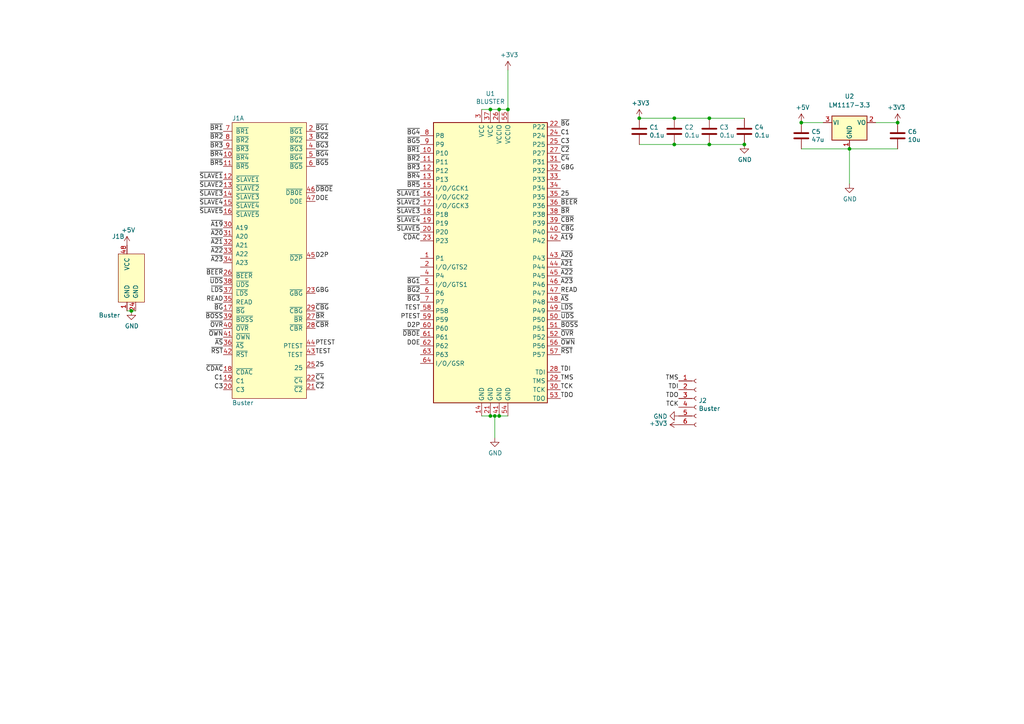
<source format=kicad_sch>
(kicad_sch (version 20211123) (generator eeschema)
  (paper "A4")
  (title_block (title "BLUSTER") (rev "A") (company "LIV2"))
  (lib_symbols
    (symbol "Buster:Buster" (pin_names (offset 1.016))
      (property "Reference" "U" (at -1.27 1.27 0))
      (property "Value" "Buster" (at 3.81 -81.28 0))
      (property "Footprint" "Package_DIP:DIP-48_W15.24mm_Socket" (at 0 -5.08 0))
      (symbol "Buster_1_1"
        (rectangle (start 21.59 -80.01) (end 0 0) (fill (type background)))
        (pin input line (at -2.54 -10.16 0) (length 2.54) (name "~{BR4}") (number "10"))
        (pin input line (at -2.54 -12.7 0) (length 2.54) (name "~{BR5}") (number "11"))
        (pin input line (at -2.54 -16.51 0) (length 2.54) (name "~{SLAVE1}") (number "12"))
        (pin input line (at -2.54 -19.05 0) (length 2.54) (name "~{SLAVE2}") (number "13"))
        (pin input line (at -2.54 -21.59 0) (length 2.54) (name "~{SLAVE3}") (number "14"))
        (pin input line (at -2.54 -24.13 0) (length 2.54) (name "~{SLAVE4}") (number "15"))
        (pin input line (at -2.54 -26.67 0) (length 2.54) (name "~{SLAVE5}") (number "16"))
        (pin input line (at -2.54 -54.61 0) (length 2.54) (name "~{BG}") (number "17"))
        (pin input line (at -2.54 -72.39 0) (length 2.54) (name "~{CDAC}") (number "18"))
        (pin input line (at -2.54 -74.93 0) (length 2.54) (name "C1") (number "19"))
        (pin output line (at 24.13 -2.54 180) (length 2.54) (name "~{BG1}") (number "2"))
        (pin input line (at -2.54 -77.47 0) (length 2.54) (name "C3") (number "20"))
        (pin output line (at 24.13 -77.47 180) (length 2.54) (name "~{C2}") (number "21"))
        (pin output line (at 24.13 -74.93 180) (length 2.54) (name "~{C4}") (number "22"))
        (pin output line (at 24.13 -49.53 180) (length 2.54) (name "~{GBG}") (number "23"))
        (pin input line (at 24.13 -71.12 180) (length 2.54) (name "25") (number "25"))
        (pin input line (at -2.54 -44.45 0) (length 2.54) (name "~{BEER}") (number "26"))
        (pin output line (at 24.13 -57.15 180) (length 2.54) (name "~{BR}") (number "27"))
        (pin output line (at 24.13 -59.69 180) (length 2.54) (name "~{CBR}") (number "28"))
        (pin output line (at 24.13 -54.61 180) (length 2.54) (name "~{CBG}") (number "29"))
        (pin output line (at 24.13 -5.08 180) (length 2.54) (name "~{BG2}") (number "3"))
        (pin input line (at -2.54 -30.48 0) (length 2.54) (name "A19") (number "30"))
        (pin input line (at -2.54 -33.02 0) (length 2.54) (name "A20") (number "31"))
        (pin input line (at -2.54 -35.56 0) (length 2.54) (name "A21") (number "32"))
        (pin input line (at -2.54 -38.1 0) (length 2.54) (name "A22") (number "33"))
        (pin input line (at -2.54 -40.64 0) (length 2.54) (name "A23") (number "34"))
        (pin input line (at -2.54 -52.07 0) (length 2.54) (name "READ") (number "35"))
        (pin input line (at -2.54 -64.77 0) (length 2.54) (name "~{AS}") (number "36"))
        (pin input line (at -2.54 -49.53 0) (length 2.54) (name "~{LDS}") (number "37"))
        (pin input line (at -2.54 -46.99 0) (length 2.54) (name "~{UDS}") (number "38"))
        (pin input line (at -2.54 -57.15 0) (length 2.54) (name "~{BOSS}") (number "39"))
        (pin output line (at 24.13 -7.62 180) (length 2.54) (name "~{BG3}") (number "4"))
        (pin input line (at -2.54 -59.69 0) (length 2.54) (name "~{OVR}") (number "40"))
        (pin input line (at -2.54 -62.23 0) (length 2.54) (name "~{OWN}") (number "41"))
        (pin input line (at -2.54 -67.31 0) (length 2.54) (name "~{RST}") (number "42"))
        (pin input line (at 24.13 -67.31 180) (length 2.54) (name "TEST") (number "43"))
        (pin input line (at 24.13 -64.77 180) (length 2.54) (name "PTEST") (number "44"))
        (pin output line (at 24.13 -39.37 180) (length 2.54) (name "~{D2P}") (number "45"))
        (pin output line (at 24.13 -20.32 180) (length 2.54) (name "~{DB0E}") (number "46"))
        (pin output line (at 24.13 -22.86 180) (length 2.54) (name "DOE") (number "47"))
        (pin output line (at 24.13 -10.16 180) (length 2.54) (name "~{BG4}") (number "5"))
        (pin output line (at 24.13 -12.7 180) (length 2.54) (name "~{BG5}") (number "6"))
        (pin input line (at -2.54 -2.54 0) (length 2.54) (name "~{BR1}") (number "7"))
        (pin input line (at -2.54 -5.08 0) (length 2.54) (name "~{BR2}") (number "8"))
        (pin input line (at -2.54 -7.62 0) (length 2.54) (name "~{BR3}") (number "9"))
      )
      (symbol "Buster_2_1"
        (rectangle (start -3.81 -2.54) (end 3.81 -16.51) (fill (type background)))
        (pin input line (at -1.27 -19.05 90) (length 2.54) (name "GND") (number "1"))
        (pin power_in line (at 1.27 -19.05 90) (length 2.54) (name "GND") (number "24"))
        (pin input line (at 24.13 -71.12 180) (length 2.54) (name "25") (number "25-UB"))
        (pin power_in line (at -1.27 0 270) (length 2.54) (name "VCC") (number "48"))
      )
    )
    (symbol "Buster_1" (pin_names (offset 1.016))
      (property "Reference" "U" (at -1.27 1.27 0))
      (property "Value" "Buster_1" (at 3.81 -81.28 0))
      (property "Footprint" "Package_DIP:DIP-48_W15.24mm_Socket" (at 0 -5.08 0))
      (symbol "Buster_1_1_1"
        (rectangle (start 21.59 -80.01) (end 0 0) (fill (type background)))
        (pin input line (at -2.54 -10.16 0) (length 2.54) (name "~{BR4}") (number "10"))
        (pin input line (at -2.54 -12.7 0) (length 2.54) (name "~{BR5}") (number "11"))
        (pin input line (at -2.54 -16.51 0) (length 2.54) (name "~{SLAVE1}") (number "12"))
        (pin input line (at -2.54 -19.05 0) (length 2.54) (name "~{SLAVE2}") (number "13"))
        (pin input line (at -2.54 -21.59 0) (length 2.54) (name "~{SLAVE3}") (number "14"))
        (pin input line (at -2.54 -24.13 0) (length 2.54) (name "~{SLAVE4}") (number "15"))
        (pin input line (at -2.54 -26.67 0) (length 2.54) (name "~{SLAVE5}") (number "16"))
        (pin input line (at -2.54 -54.61 0) (length 2.54) (name "~{BG}") (number "17"))
        (pin input line (at -2.54 -72.39 0) (length 2.54) (name "~{CDAC}") (number "18"))
        (pin input line (at -2.54 -74.93 0) (length 2.54) (name "C1") (number "19"))
        (pin output line (at 24.13 -2.54 180) (length 2.54) (name "~{BG1}") (number "2"))
        (pin input line (at -2.54 -77.47 0) (length 2.54) (name "C3") (number "20"))
        (pin output line (at 24.13 -77.47 180) (length 2.54) (name "~{C2}") (number "21"))
        (pin output line (at 24.13 -74.93 180) (length 2.54) (name "~{C4}") (number "22"))
        (pin output line (at 24.13 -49.53 180) (length 2.54) (name "~{GBG}") (number "23"))
        (pin input line (at -2.54 -44.45 0) (length 2.54) (name "~{BEER}") (number "26"))
        (pin output line (at 24.13 -57.15 180) (length 2.54) (name "~{BR}") (number "27"))
        (pin output line (at 24.13 -59.69 180) (length 2.54) (name "~{CBR}") (number "28"))
        (pin output line (at 24.13 -54.61 180) (length 2.54) (name "~{CBG}") (number "29"))
        (pin output line (at 24.13 -5.08 180) (length 2.54) (name "~{BG2}") (number "3"))
        (pin input line (at -2.54 -30.48 0) (length 2.54) (name "A19") (number "30"))
        (pin input line (at -2.54 -33.02 0) (length 2.54) (name "A20") (number "31"))
        (pin input line (at -2.54 -35.56 0) (length 2.54) (name "A21") (number "32"))
        (pin input line (at -2.54 -38.1 0) (length 2.54) (name "A22") (number "33"))
        (pin input line (at -2.54 -40.64 0) (length 2.54) (name "A23") (number "34"))
        (pin input line (at -2.54 -52.07 0) (length 2.54) (name "READ") (number "35"))
        (pin input line (at -2.54 -64.77 0) (length 2.54) (name "~{AS}") (number "36"))
        (pin input line (at -2.54 -49.53 0) (length 2.54) (name "~{LDS}") (number "37"))
        (pin input line (at -2.54 -46.99 0) (length 2.54) (name "~{UDS}") (number "38"))
        (pin input line (at -2.54 -57.15 0) (length 2.54) (name "~{BOSS}") (number "39"))
        (pin output line (at 24.13 -7.62 180) (length 2.54) (name "~{BG3}") (number "4"))
        (pin input line (at -2.54 -59.69 0) (length 2.54) (name "~{OVR}") (number "40"))
        (pin input line (at -2.54 -62.23 0) (length 2.54) (name "~{OWN}") (number "41"))
        (pin input line (at -2.54 -67.31 0) (length 2.54) (name "~{RST}") (number "42"))
        (pin input line (at 24.13 -67.31 180) (length 2.54) (name "TEST") (number "43"))
        (pin input line (at 24.13 -64.77 180) (length 2.54) (name "PTEST") (number "44"))
        (pin output line (at 24.13 -39.37 180) (length 2.54) (name "~{D2P}") (number "45"))
        (pin output line (at 24.13 -20.32 180) (length 2.54) (name "~{DB0E}") (number "46"))
        (pin output line (at 24.13 -22.86 180) (length 2.54) (name "DOE") (number "47"))
        (pin output line (at 24.13 -10.16 180) (length 2.54) (name "~{BG4}") (number "5"))
        (pin output line (at 24.13 -12.7 180) (length 2.54) (name "~{BG5}") (number "6"))
        (pin input line (at -2.54 -2.54 0) (length 2.54) (name "~{BR1}") (number "7"))
        (pin input line (at -2.54 -5.08 0) (length 2.54) (name "~{BR2}") (number "8"))
        (pin input line (at -2.54 -7.62 0) (length 2.54) (name "~{BR3}") (number "9"))
      )
      (symbol "Buster_1_2_1"
        (rectangle (start -3.81 -2.54) (end 3.81 -16.51) (fill (type background)))
        (pin input line (at -1.27 -19.05 90) (length 2.54) (name "GND") (number "1"))
        (pin power_in line (at 1.27 -19.05 90) (length 2.54) (name "GND") (number "24"))
        (pin power_in line (at -1.27 0 270) (length 2.54) (name "VCC") (number "48"))
      )
    )
    (symbol "CPLD_Xilinx:XC9572XL-VQ64"
      (property "Reference" "U" (at -16.51 40.64 0))
      (property "Value" "XC9572XL-VQ64" (at -16.51 -43.18 0))
      (symbol "XC9572XL-VQ64_1_1"
        (rectangle (start -16.51 39.37) (end 16.51 -41.91) (stroke (width 0.254)) (fill (type background)))
        (pin bidirectional line (at -20.32 0 0) (length 3.81) (name "P1") (number "1"))
        (pin bidirectional line (at -20.32 30.48 0) (length 3.81) (name "P10") (number "10"))
        (pin bidirectional line (at -20.32 27.94 0) (length 3.81) (name "P11") (number "11"))
        (pin bidirectional line (at -20.32 25.4 0) (length 3.81) (name "P12") (number "12"))
        (pin bidirectional line (at -20.32 22.86 0) (length 3.81) (name "P13") (number "13"))
        (pin power_in line (at -2.54 -45.72 90) (length 3.81) (name "GND") (number "14"))
        (pin bidirectional line (at -20.32 20.32 0) (length 3.81) (name "I/O/GCK1") (number "15"))
        (pin bidirectional line (at -20.32 17.78 0) (length 3.81) (name "I/O/GCK2") (number "16"))
        (pin bidirectional line (at -20.32 15.24 0) (length 3.81) (name "I/O/GCK3") (number "17"))
        (pin bidirectional line (at -20.32 12.7 0) (length 3.81) (name "P18") (number "18"))
        (pin bidirectional line (at -20.32 10.16 0) (length 3.81) (name "P19") (number "19"))
        (pin bidirectional line (at -20.32 -2.54 0) (length 3.81) (name "I/O/GTS2") (number "2"))
        (pin bidirectional line (at -20.32 7.62 0) (length 3.81) (name "P20") (number "20"))
        (pin power_in line (at 0 -45.72 90) (length 3.81) (name "GND") (number "21"))
        (pin bidirectional line (at 20.32 38.1 180) (length 3.81) (name "P22") (number "22"))
        (pin bidirectional line (at -20.32 5.08 0) (length 3.81) (name "P23") (number "23"))
        (pin bidirectional line (at 20.32 35.56 180) (length 3.81) (name "P24") (number "24"))
        (pin bidirectional line (at 20.32 33.02 180) (length 3.81) (name "P25") (number "25"))
        (pin power_in line (at 2.54 43.18 270) (length 3.81) (name "VCCIO") (number "26"))
        (pin bidirectional line (at 20.32 30.48 180) (length 3.81) (name "P27") (number "27"))
        (pin input line (at 20.32 -33.02 180) (length 3.81) (name "TDI") (number "28"))
        (pin input line (at 20.32 -35.56 180) (length 3.81) (name "TMS") (number "29"))
        (pin power_in line (at -2.54 43.18 270) (length 3.81) (name "VCC") (number "3"))
        (pin input line (at 20.32 -38.1 180) (length 3.81) (name "TCK") (number "30"))
        (pin bidirectional line (at 20.32 27.94 180) (length 3.81) (name "P31") (number "31"))
        (pin bidirectional line (at 20.32 25.4 180) (length 3.81) (name "P32") (number "32"))
        (pin bidirectional line (at 20.32 22.86 180) (length 3.81) (name "P33") (number "33"))
        (pin bidirectional line (at 20.32 20.32 180) (length 3.81) (name "P34") (number "34"))
        (pin bidirectional line (at 20.32 17.78 180) (length 3.81) (name "P35") (number "35"))
        (pin bidirectional line (at 20.32 15.24 180) (length 3.81) (name "P36") (number "36"))
        (pin power_in line (at 0 43.18 270) (length 3.81) (name "VCC") (number "37"))
        (pin bidirectional line (at 20.32 12.7 180) (length 3.81) (name "P38") (number "38"))
        (pin bidirectional line (at 20.32 10.16 180) (length 3.81) (name "P39") (number "39"))
        (pin bidirectional line (at -20.32 -5.08 0) (length 3.81) (name "P4") (number "4"))
        (pin bidirectional line (at 20.32 7.62 180) (length 3.81) (name "P40") (number "40"))
        (pin power_in line (at 2.54 -45.72 90) (length 3.81) (name "GND") (number "41"))
        (pin bidirectional line (at 20.32 5.08 180) (length 3.81) (name "P42") (number "42"))
        (pin bidirectional line (at 20.32 0 180) (length 3.81) (name "P43") (number "43"))
        (pin bidirectional line (at 20.32 -2.54 180) (length 3.81) (name "P44") (number "44"))
        (pin bidirectional line (at 20.32 -5.08 180) (length 3.81) (name "P45") (number "45"))
        (pin bidirectional line (at 20.32 -7.62 180) (length 3.81) (name "P46") (number "46"))
        (pin bidirectional line (at 20.32 -10.16 180) (length 3.81) (name "P47") (number "47"))
        (pin bidirectional line (at 20.32 -12.7 180) (length 3.81) (name "P48") (number "48"))
        (pin bidirectional line (at 20.32 -15.24 180) (length 3.81) (name "P49") (number "49"))
        (pin bidirectional line (at -20.32 -7.62 0) (length 3.81) (name "I/O/GTS1") (number "5"))
        (pin bidirectional line (at 20.32 -17.78 180) (length 3.81) (name "P50") (number "50"))
        (pin bidirectional line (at 20.32 -20.32 180) (length 3.81) (name "P51") (number "51"))
        (pin bidirectional line (at 20.32 -22.86 180) (length 3.81) (name "P52") (number "52"))
        (pin output line (at 20.32 -40.64 180) (length 3.81) (name "TDO") (number "53"))
        (pin power_in line (at 5.08 -45.72 90) (length 3.81) (name "GND") (number "54"))
        (pin power_in line (at 5.08 43.18 270) (length 3.81) (name "VCCIO") (number "55"))
        (pin bidirectional line (at 20.32 -25.4 180) (length 3.81) (name "P56") (number "56"))
        (pin bidirectional line (at 20.32 -27.94 180) (length 3.81) (name "P57") (number "57"))
        (pin bidirectional line (at -20.32 -15.24 0) (length 3.81) (name "P58") (number "58"))
        (pin bidirectional line (at -20.32 -17.78 0) (length 3.81) (name "P59") (number "59"))
        (pin bidirectional line (at -20.32 -10.16 0) (length 3.81) (name "P6") (number "6"))
        (pin bidirectional line (at -20.32 -20.32 0) (length 3.81) (name "P60") (number "60"))
        (pin bidirectional line (at -20.32 -22.86 0) (length 3.81) (name "P61") (number "61"))
        (pin bidirectional line (at -20.32 -25.4 0) (length 3.81) (name "P62") (number "62"))
        (pin bidirectional line (at -20.32 -27.94 0) (length 3.81) (name "P63") (number "63"))
        (pin bidirectional line (at -20.32 -30.48 0) (length 3.81) (name "I/O/GSR") (number "64"))
        (pin bidirectional line (at -20.32 -12.7 0) (length 3.81) (name "P7") (number "7"))
        (pin bidirectional line (at -20.32 35.56 0) (length 3.81) (name "P8") (number "8"))
        (pin bidirectional line (at -20.32 33.02 0) (length 3.81) (name "P9") (number "9"))
      )
    )
    (symbol "Connector:Conn_01x06_Female" (pin_names (offset 1.016) hide)
      (property "Reference" "J" (at 0 7.62 0))
      (property "Value" "Conn_01x06_Female" (at 0 -10.16 0))
      (symbol "Conn_01x06_Female_1_1"
        (arc (start 0 -7.112) (mid -0.508 -7.62) (end 0 -8.128) (stroke (width 0.1524)))
        (arc (start 0 -4.572) (mid -0.508 -5.08) (end 0 -5.588) (stroke (width 0.1524)))
        (arc (start 0 -2.032) (mid -0.508 -2.54) (end 0 -3.048) (stroke (width 0.1524)))
        (polyline (pts (xy -1.27 -7.62) (xy -0.508 -7.62)) (stroke (width 0.1524)))
        (polyline (pts (xy -1.27 -5.08) (xy -0.508 -5.08)) (stroke (width 0.1524)))
        (polyline (pts (xy -1.27 -2.54) (xy -0.508 -2.54)) (stroke (width 0.1524)))
        (polyline (pts (xy -1.27 0) (xy -0.508 0)) (stroke (width 0.1524)))
        (polyline (pts (xy -1.27 2.54) (xy -0.508 2.54)) (stroke (width 0.1524)))
        (polyline (pts (xy -1.27 5.08) (xy -0.508 5.08)) (stroke (width 0.1524)))
        (arc (start 0 0.508) (mid -0.508 0) (end 0 -0.508) (stroke (width 0.1524)))
        (arc (start 0 3.048) (mid -0.508 2.54) (end 0 2.032) (stroke (width 0.1524)))
        (arc (start 0 5.588) (mid -0.508 5.08) (end 0 4.572) (stroke (width 0.1524)))
        (pin passive line (at -5.08 5.08 0) (length 3.81) (name "Pin_1") (number "1"))
        (pin passive line (at -5.08 2.54 0) (length 3.81) (name "Pin_2") (number "2"))
        (pin passive line (at -5.08 0 0) (length 3.81) (name "Pin_3") (number "3"))
        (pin passive line (at -5.08 -2.54 0) (length 3.81) (name "Pin_4") (number "4"))
        (pin passive line (at -5.08 -5.08 0) (length 3.81) (name "Pin_5") (number "5"))
        (pin passive line (at -5.08 -7.62 0) (length 3.81) (name "Pin_6") (number "6"))
      )
    )
    (symbol "Device:C" (pin_numbers hide) (pin_names (offset 0.254))
      (property "Reference" "C" (at 0.635 2.54 0))
      (property "Value" "C" (at 0.635 -2.54 0))
      (symbol "C_0_1"
        (polyline (pts (xy -2.032 -0.762) (xy 2.032 -0.762)) (stroke (width 0.508)))
        (polyline (pts (xy -2.032 0.762) (xy 2.032 0.762)) (stroke (width 0.508)))
      )
      (symbol "C_1_1"
        (pin passive line (at 0 3.81 270) (length 2.794) (name "~") (number "1"))
        (pin passive line (at 0 -3.81 90) (length 2.794) (name "~") (number "2"))
      )
    )
    (symbol "Regulator_Linear:LM1117-3.3" (pin_names (offset 0.254))
      (property "Reference" "U" (at -3.81 3.175 0))
      (property "Value" "LM1117-3.3" (at 0 3.175 0))
      (symbol "LM1117-3.3_0_1"
        (rectangle (start -5.08 -5.08) (end 5.08 1.905) (stroke (width 0.254)) (fill (type background)))
      )
      (symbol "LM1117-3.3_1_1"
        (pin power_in line (at 0 -7.62 90) (length 2.54) (name "GND") (number "1"))
        (pin power_out line (at 7.62 0 180) (length 2.54) (name "VO") (number "2"))
        (pin power_in line (at -7.62 0 0) (length 2.54) (name "VI") (number "3"))
      )
    )
    (symbol "power:+3.3V" (power) (pin_names (offset 0))
      (property "Value" "+3.3V" (at 0 3.556 0))
      (symbol "+3.3V_0_1"
        (polyline (pts (xy -0.762 1.27) (xy 0 2.54)))
        (polyline (pts (xy 0 0) (xy 0 2.54)))
        (polyline (pts (xy 0 2.54) (xy 0.762 1.27)))
      )
      (symbol "+3.3V_1_1"
        (pin power_in line (at 0 0 90) (length 0) hide (name "+3V3") (number "1"))
      )
    )
    (symbol "power:+5V" (power) (pin_names (offset 0))
      (property "Value" "+5V" (at 0 3.556 0))
      (symbol "+5V_0_1"
        (polyline (pts (xy -0.762 1.27) (xy 0 2.54)))
        (polyline (pts (xy 0 0) (xy 0 2.54)))
        (polyline (pts (xy 0 2.54) (xy 0.762 1.27)))
      )
      (symbol "+5V_1_1"
        (pin power_in line (at 0 0 90) (length 0) hide (name "+5V") (number "1"))
      )
    )
    (symbol "power:GND" (power) (pin_names (offset 0))
      (property "Value" "GND" (at 0 -3.81 0))
      (symbol "GND_0_1"
        (polyline (pts (xy 0 0) (xy 0 -1.27) (xy 1.27 -1.27) (xy 0 -2.54) (xy -1.27 -1.27) (xy 0 -1.27)))
      )
      (symbol "GND_1_1"
        (pin power_in line (at 0 0 270) (length 0) hide (name "GND") (number "1"))
      )
    )
  )
  (junction (at 144.78 31.75))
  (junction (at 195.58 41.91))
  (junction (at 144.78 120.65))
  (junction (at 142.24 120.65))
  (junction (at 195.58 34.29))
  (junction (at 38.1 90.17))
  (junction (at 205.74 34.29))
  (junction (at 205.74 41.91))
  (junction (at 147.32 31.75))
  (junction (at 232.41 35.56))
  (junction (at 142.24 31.75))
  (junction (at 246.38 43.18))
  (junction (at 215.9 41.91))
  (junction (at 143.51 120.65))
  (junction (at 260.35 35.56))
  (junction (at 185.42 34.29))
  (wire (pts (xy 36.83 90.17) (xy 38.1 90.17)))
  (wire (pts (xy 147.32 120.65) (xy 144.78 120.65)))
  (wire (pts (xy 205.74 34.29) (xy 215.9 34.29)))
  (wire (pts (xy 246.38 53.34) (xy 246.38 43.18)))
  (wire (pts (xy 147.32 31.75) (xy 144.78 31.75)))
  (wire (pts (xy 254 35.56) (xy 260.35 35.56)))
  (wire (pts (xy 185.42 34.29) (xy 195.58 34.29)))
  (wire (pts (xy 205.74 41.91) (xy 195.58 41.91)))
  (wire (pts (xy 195.58 41.91) (xy 185.42 41.91)))
  (wire (pts (xy 142.24 31.75) (xy 139.7 31.75)))
  (wire (pts (xy 143.51 127) (xy 143.51 120.65)))
  (wire (pts (xy 142.24 120.65) (xy 139.7 120.65)))
  (wire (pts (xy 144.78 120.65) (xy 143.51 120.65)))
  (wire (pts (xy 195.58 34.29) (xy 205.74 34.29)))
  (wire (pts (xy 143.51 120.65) (xy 142.24 120.65)))
  (wire (pts (xy 246.38 43.18) (xy 232.41 43.18)))
  (wire (pts (xy 147.32 31.75) (xy 147.32 20.32)))
  (wire (pts (xy 246.38 43.18) (xy 260.35 43.18)))
  (wire (pts (xy 38.1 90.17) (xy 39.37 90.17)))
  (wire (pts (xy 232.41 35.56) (xy 238.76 35.56)))
  (wire (pts (xy 215.9 41.91) (xy 205.74 41.91)))
  (wire (pts (xy 144.78 31.75) (xy 142.24 31.75)))
  (label "~{SLAVE2}" (at 64.77 54.61 180))
  (label "TCK" (at 196.85 118.11 180))
  (label "~{OWN}" (at 162.56 100.33 0))
  (label "~{BG2}" (at 91.44 40.64 0))
  (label "~{A22}" (at 162.56 80.01 0))
  (label "~{BR3}" (at 121.92 49.53 180))
  (label "~{A23}" (at 162.56 82.55 0))
  (label "~{SLAVE1}" (at 64.77 52.07 180))
  (label "TMS" (at 162.56 110.49 0))
  (label "PTEST" (at 121.92 92.71 180))
  (label "TMS" (at 196.85 110.49 180))
  (label "~{A21}" (at 64.77 71.12 180))
  (label "~{BG1}" (at 121.92 82.55 180))
  (label "~{C4}" (at 162.56 46.99 0))
  (label "~{UDS}" (at 162.56 92.71 0))
  (label "~{BG2}" (at 121.92 85.09 180))
  (label "~{BR}" (at 91.44 92.71 0))
  (label "C3" (at 64.77 113.03 180))
  (label "25" (at 91.44 106.68 0))
  (label "~{C2}" (at 91.44 113.03 0))
  (label "25" (at 162.56 57.15 0))
  (label "~{A21}" (at 162.56 77.47 0))
  (label "~{DBOE}" (at 91.44 55.88 0))
  (label "~{BEER}" (at 64.77 80.01 180))
  (label "~{C2}" (at 162.56 44.45 0))
  (label "~{RST}" (at 162.56 102.87 0))
  (label "~{A20}" (at 162.56 74.93 0))
  (label "~{SLAVE5}" (at 121.92 67.31 180))
  (label "~{CBG}" (at 91.44 90.17 0))
  (label "~{SLAVE5}" (at 64.77 62.23 180))
  (label "~{BG}" (at 64.77 90.17 180))
  (label "~{LDS}" (at 162.56 90.17 0))
  (label "~{C4}" (at 91.44 110.49 0))
  (label "~{A22}" (at 64.77 73.66 180))
  (label "~{RST}" (at 64.77 102.87 180))
  (label "~{SLAVE4}" (at 121.92 64.77 180))
  (label "~{CDAC}" (at 64.77 107.95 180))
  (label "D2P" (at 121.92 95.25 180))
  (label "~{BG3}" (at 121.92 87.63 180))
  (label "~{A20}" (at 64.77 68.58 180))
  (label "~{SLAVE4}" (at 64.77 59.69 180))
  (label "C3" (at 162.56 41.91 0))
  (label "TEST" (at 121.92 90.17 180))
  (label "~{BR2}" (at 121.92 46.99 180))
  (label "~{A23}" (at 64.77 76.2 180))
  (label "~{BG3}" (at 91.44 43.18 0))
  (label "~{BR1}" (at 64.77 38.1 180))
  (label "~{AS}" (at 64.77 100.33 180))
  (label "~{CDAC}" (at 121.92 69.85 180))
  (label "GBG" (at 162.56 49.53 0))
  (label "D2P" (at 91.44 74.93 0))
  (label "~{BR5}" (at 121.92 54.61 180))
  (label "~{BG1}" (at 91.44 38.1 0))
  (label "~{BR1}" (at 121.92 44.45 180))
  (label "~{SLAVE3}" (at 64.77 57.15 180))
  (label "TDO" (at 196.85 115.57 180))
  (label "~{BG4}" (at 91.44 45.72 0))
  (label "~{CBR}" (at 91.44 95.25 0))
  (label "~{BR2}" (at 64.77 40.64 180))
  (label "~{LDS}" (at 64.77 85.09 180))
  (label "TEST" (at 91.44 102.87 0))
  (label "~{BR3}" (at 64.77 43.18 180))
  (label "TDI" (at 162.56 107.95 0))
  (label "GBG" (at 91.44 85.09 0))
  (label "~{SLAVE2}" (at 121.92 59.69 180))
  (label "~{BR4}" (at 64.77 45.72 180))
  (label "~{OVR}" (at 64.77 95.25 180))
  (label "~{BEER}" (at 162.56 59.69 0))
  (label "~{SLAVE1}" (at 121.92 57.15 180))
  (label "~{BG5}" (at 91.44 48.26 0))
  (label "TDI" (at 196.85 113.03 180))
  (label "~{DBOE}" (at 121.92 97.79 180))
  (label "DOE" (at 91.44 58.42 0))
  (label "~{UDS}" (at 64.77 82.55 180))
  (label "~{OWN}" (at 64.77 97.79 180))
  (label "~{BG4}" (at 121.92 39.37 180))
  (label "~{SLAVE3}" (at 121.92 62.23 180))
  (label "TDO" (at 162.56 115.57 0))
  (label "~{A19}" (at 162.56 69.85 0))
  (label "~{CBG}" (at 162.56 67.31 0))
  (label "~{BG}" (at 162.56 36.83 0))
  (label "~{OVR}" (at 162.56 97.79 0))
  (label "~{AS}" (at 162.56 87.63 0))
  (label "READ" (at 64.77 87.63 180))
  (label "TCK" (at 162.56 113.03 0))
  (label "~{BR4}" (at 121.92 52.07 180))
  (label "C1" (at 162.56 39.37 0))
  (label "~{BG5}" (at 121.92 41.91 180))
  (label "~{CBR}" (at 162.56 64.77 0))
  (label "~{BOSS}" (at 64.77 92.71 180))
  (label "~{BR}" (at 162.56 62.23 0))
  (label "DOE" (at 121.92 100.33 180))
  (label "~{A19}" (at 64.77 66.04 180))
  (label "~{BR5}" (at 64.77 48.26 180))
  (label "READ" (at 162.56 85.09 0))
  (label "PTEST" (at 91.44 100.33 0))
  (label "~{BOSS}" (at 162.56 95.25 0))
  (label "C1" (at 64.77 110.49 180))
  (symbol (lib_id "CPLD_Xilinx:XC9572XL-VQ64") (at 142.24 74.93 0) (unit 1)
    (property "Reference" "U1" (at 142.24 27.1526 0))
    (property "Value" "BLUSTER" (at 142.24 29.464 0))
    (property "Footprint" "Package_QFP:TQFP-64_10x10mm_P0.5mm" (effects hide))
  )
  (symbol (lib_name "Buster_1") (lib_id "Buster:Buster") (at 38.1 71.12 0) (unit 2)
    (property "Reference" "J1" (at 34.29 68.58 0))
    (property "Value" "Buster" (at 31.75 91.44 0))
    (property "Footprint" "Package_DIP:DIP-48_W15.24mm_Socket" (effects hide))
  )
  (symbol (lib_id "Buster:Buster") (at 67.31 35.56 0) (unit 1)
    (property "Reference" "J1" (at 67.31 34.29 0) (effects (justify left)))
    (property "Value" "Buster" (at 67.31 116.84 0) (effects (justify left)))
    (property "Footprint" "Package_DIP:DIP-48_W15.24mm_Socket" (effects hide))
  )
  (symbol (lib_id "power:GND") (at 143.51 127 0) (unit 1)
    (property "Reference" "#PWR03" (effects hide))
    (property "Value" "GND" (at 143.637 131.3942 0))
  )
  (symbol (lib_id "power:GND") (at 38.1 90.17 0) (unit 1)
    (property "Reference" "#PWR01" (effects hide))
    (property "Value" "GND" (at 38.227 94.5642 0))
  )
  (symbol (lib_id "Device:C") (at 185.42 38.1 0) (unit 1)
    (property "Reference" "C1" (at 188.341 36.9316 0) (effects (justify left)))
    (property "Value" "0.1u" (at 188.341 39.243 0) (effects (justify left)))
    (property "Footprint" "Capacitor_SMD:C_0805_2012Metric_Pad1.18x1.45mm_HandSolder" (effects hide))
  )
  (symbol (lib_id "Device:C") (at 195.58 38.1 0) (unit 1)
    (property "Reference" "C2" (at 198.501 36.9316 0) (effects (justify left)))
    (property "Value" "0.1u" (at 198.501 39.243 0) (effects (justify left)))
    (property "Footprint" "Capacitor_SMD:C_0805_2012Metric_Pad1.18x1.45mm_HandSolder" (effects hide))
  )
  (symbol (lib_id "Device:C") (at 205.74 38.1 0) (unit 1)
    (property "Reference" "C3" (at 208.661 36.9316 0) (effects (justify left)))
    (property "Value" "0.1u" (at 208.661 39.243 0) (effects (justify left)))
    (property "Footprint" "Capacitor_SMD:C_0805_2012Metric_Pad1.18x1.45mm_HandSolder" (effects hide))
  )
  (symbol (lib_id "Device:C") (at 215.9 38.1 0) (unit 1)
    (property "Reference" "C4" (at 218.821 36.9316 0) (effects (justify left)))
    (property "Value" "0.1u" (at 218.821 39.243 0) (effects (justify left)))
    (property "Footprint" "Capacitor_SMD:C_0805_2012Metric_Pad1.18x1.45mm_HandSolder" (effects hide))
  )
  (symbol (lib_id "power:GND") (at 215.9 41.91 0) (unit 1)
    (property "Reference" "#PWR08" (effects hide))
    (property "Value" "GND" (at 216.027 46.3042 0))
  )
  (symbol (lib_id "Connector:Conn_01x06_Female") (at 201.93 115.57 0) (unit 1)
    (property "Reference" "J2" (at 202.6412 116.1796 0) (effects (justify left)))
    (property "Value" "Buster" (at 202.6412 118.491 0) (effects (justify left)))
    (property "Footprint" "Connector_PinHeader_2.54mm:PinHeader_1x06_P2.54mm_Vertical" (effects hide))
  )
  (symbol (lib_id "power:GND") (at 196.85 120.65 270) (unit 1)
    (property "Reference" "#PWR06" (effects hide))
    (property "Value" "GND" (at 193.5988 120.777 90) (effects (justify right)))
  )
  (symbol (lib_id "power:+3.3V") (at 196.85 123.19 90) (unit 1)
    (property "Reference" "#PWR07" (effects hide))
    (property "Value" "+3.3V" (at 193.5988 122.809 90) (effects (justify left)))
  )
  (symbol (lib_id "power:+3.3V") (at 185.42 34.29 0) (unit 1)
    (property "Reference" "#PWR05" (effects hide))
    (property "Value" "+3.3V" (at 185.801 29.8958 0))
  )
  (symbol (lib_id "power:+3.3V") (at 147.32 20.32 0) (unit 1)
    (property "Reference" "#PWR04" (effects hide))
    (property "Value" "+3.3V" (at 147.701 15.9258 0))
  )
  (symbol (lib_id "power:GND") (at 246.38 53.34 0) (unit 1)
    (property "Reference" "#PWR010" (effects hide))
    (property "Value" "GND" (at 246.507 57.7342 0))
  )
  (symbol (lib_id "Device:C") (at 232.41 39.37 0) (unit 1)
    (property "Reference" "C5" (at 235.331 38.2016 0) (effects (justify left)))
    (property "Value" "47u" (at 235.331 40.513 0) (effects (justify left)))
    (property "Footprint" "Capacitor_SMD:C_0805_2012Metric_Pad1.18x1.45mm_HandSolder" (effects hide))
  )
  (symbol (lib_id "Device:C") (at 260.35 39.37 0) (unit 1)
    (property "Reference" "C6" (at 263.271 38.2016 0) (effects (justify left)))
    (property "Value" "10u" (at 263.271 40.513 0) (effects (justify left)))
    (property "Footprint" "Capacitor_SMD:C_0805_2012Metric_Pad1.18x1.45mm_HandSolder" (effects hide))
  )
  (symbol (lib_id "power:+3.3V") (at 260.35 35.56 0) (mirror y) (unit 1)
    (property "Reference" "#PWR011" (effects hide))
    (property "Value" "+3.3V" (at 259.969 31.1658 0))
  )
  (symbol (lib_id "power:+5V") (at 232.41 35.56 0) (unit 1)
    (property "Reference" "#PWR09" (effects hide))
    (property "Value" "+5V" (at 232.791 31.1658 0))
  )
  (symbol (lib_id "power:+5V") (at 36.83 71.12 0) (unit 1)
    (property "Reference" "#PWR02" (effects hide))
    (property "Value" "+5V" (at 37.211 66.7258 0))
  )
  (symbol (lib_id "Regulator_Linear:LM1117-3.3") (at 246.38 35.56 0) (unit 1)
    (property "Reference" "U2" (at 246.38 27.94 0))
    (property "Value" "LM1117-3.3" (at 246.38 30.48 0))
    (property "Footprint" "Package_TO_SOT_SMD:SOT-223-3_TabPin2" (effects hide))
    (property "Datasheet" "http://www.ti.com/lit/ds/symlink/lm1117.pdf" (effects hide))
  )
)
</source>
